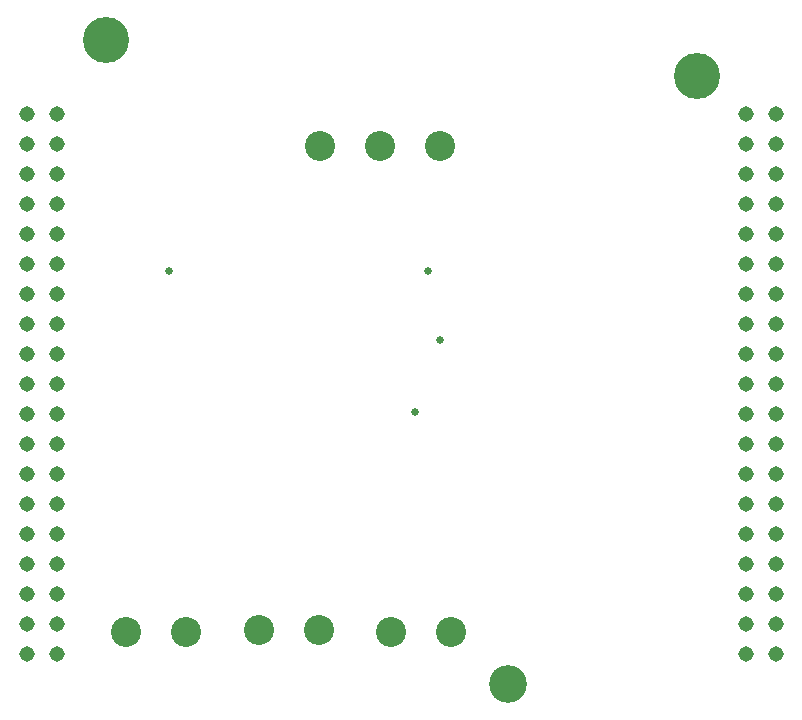
<source format=gbr>
G04 EAGLE Gerber RS-274X export*
G75*
%MOMM*%
%FSLAX34Y34*%
%LPD*%
%INSoldermask Bottom*%
%IPPOS*%
%AMOC8*
5,1,8,0,0,1.08239X$1,22.5*%
G01*
%ADD10C,3.903200*%
%ADD11C,3.203200*%
%ADD12C,1.311200*%
%ADD13C,2.543200*%
%ADD14C,0.655600*%


D10*
X110000Y555000D03*
X610000Y525000D03*
D11*
X450000Y10000D03*
D12*
X42600Y492600D03*
X42600Y467200D03*
X42600Y441800D03*
X42600Y416400D03*
X42600Y391000D03*
X42600Y365600D03*
X42600Y340200D03*
X42600Y314800D03*
X42600Y289400D03*
X42600Y264000D03*
X42600Y238600D03*
X42600Y213200D03*
X42600Y187800D03*
X42600Y162400D03*
X42600Y137000D03*
X42600Y111600D03*
X42600Y86200D03*
X42600Y60800D03*
X42600Y35400D03*
X68000Y35400D03*
X68000Y60800D03*
X68000Y86200D03*
X68000Y111600D03*
X68000Y137000D03*
X68000Y162400D03*
X68000Y187800D03*
X68000Y213200D03*
X68000Y238600D03*
X68000Y264000D03*
X68000Y289400D03*
X68000Y314800D03*
X68000Y340200D03*
X68000Y365600D03*
X68000Y391000D03*
X68000Y416400D03*
X68000Y441800D03*
X68000Y467200D03*
X68000Y492600D03*
X651200Y492600D03*
X651200Y467200D03*
X651200Y441800D03*
X651200Y416400D03*
X651200Y391000D03*
X651200Y365600D03*
X651200Y340200D03*
X651200Y314800D03*
X651200Y289400D03*
X651200Y264000D03*
X651200Y238600D03*
X651200Y213200D03*
X651200Y187800D03*
X651200Y162400D03*
X651200Y137000D03*
X651200Y111600D03*
X651200Y86200D03*
X651200Y60800D03*
X651200Y35400D03*
X676600Y35400D03*
X676600Y60800D03*
X676600Y86200D03*
X676600Y111600D03*
X676600Y137000D03*
X676600Y162400D03*
X676600Y187800D03*
X676600Y213200D03*
X676600Y238600D03*
X676600Y264000D03*
X676600Y289400D03*
X676600Y314800D03*
X676600Y340200D03*
X676600Y365600D03*
X676600Y391000D03*
X676600Y416400D03*
X676600Y441800D03*
X676600Y467200D03*
X676600Y492600D03*
D13*
X239089Y56050D03*
X289889Y56050D03*
X392711Y465850D03*
X341911Y465850D03*
X291111Y465850D03*
X351189Y54050D03*
X401989Y54050D03*
X126489Y54050D03*
X177289Y54050D03*
D14*
X392430Y300990D03*
X382270Y359410D03*
X162560Y359410D03*
X370840Y240030D03*
M02*

</source>
